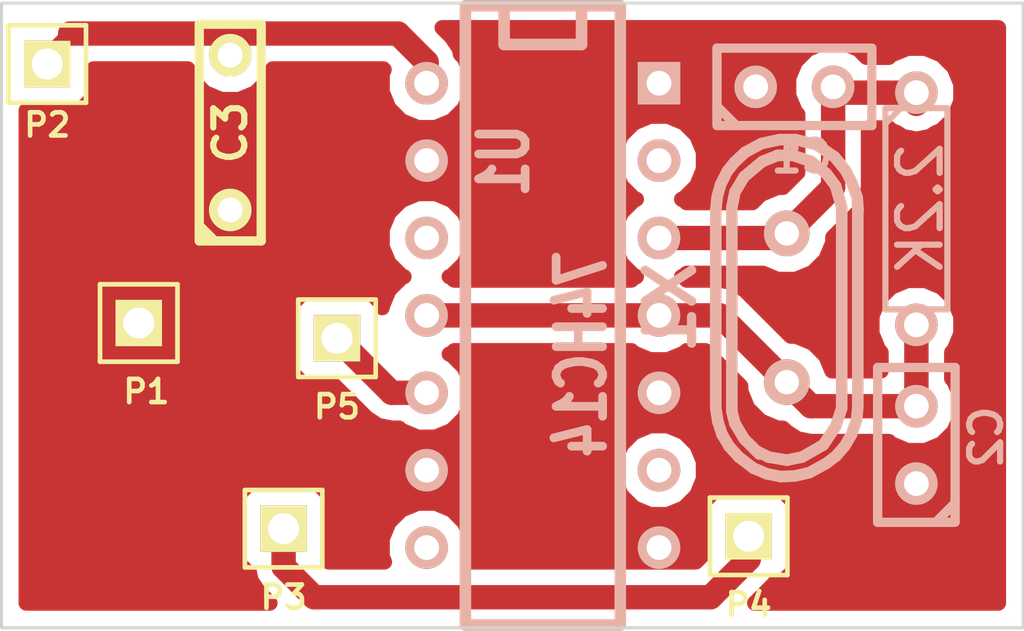
<source format=kicad_pcb>
(kicad_pcb (version 3) (host pcbnew "(2013-dec-23)-stable")

  (general
    (links 19)
    (no_connects 0)
    (area 42.6338 76.3878 77.550001 97.850501)
    (thickness 1.6)
    (drawings 4)
    (tracks 49)
    (zones 0)
    (modules 11)
    (nets 7)
  )

  (page User 210.007 148.488)
  (layers
    (15 F.Cu signal)
    (0 B.Cu signal)
    (16 B.Adhes user)
    (17 F.Adhes user)
    (18 B.Paste user)
    (19 F.Paste user)
    (20 B.SilkS user)
    (21 F.SilkS user)
    (22 B.Mask user)
    (23 F.Mask user)
    (24 Dwgs.User user)
    (25 Cmts.User user)
    (26 Eco1.User user)
    (27 Eco2.User user)
    (28 Edge.Cuts user)
  )

  (setup
    (last_trace_width 0.5)
    (user_trace_width 0.5)
    (user_trace_width 0.6)
    (user_trace_width 0.8)
    (user_trace_width 1)
    (user_trace_width 1.5)
    (user_trace_width 2)
    (trace_clearance 0.25)
    (zone_clearance 0.508)
    (zone_45_only no)
    (trace_min 0.254)
    (segment_width 0.2)
    (edge_width 0.1)
    (via_size 1)
    (via_drill 0.635)
    (via_min_size 1)
    (via_min_drill 0.5)
    (user_via 1 0.5)
    (user_via 1 0.6)
    (user_via 1 0.8)
    (uvia_size 0.508)
    (uvia_drill 0.127)
    (uvias_allowed no)
    (uvia_min_size 0.508)
    (uvia_min_drill 0.127)
    (pcb_text_width 0.3)
    (pcb_text_size 1.5 1.5)
    (mod_edge_width 0.15)
    (mod_text_size 1 1)
    (mod_text_width 0.15)
    (pad_size 1.524 1.524)
    (pad_drill 1.016)
    (pad_to_mask_clearance 0)
    (aux_axis_origin 0 0)
    (visible_elements 7FFFFFFF)
    (pcbplotparams
      (layerselection 32768)
      (usegerberextensions false)
      (excludeedgelayer false)
      (linewidth 0.150000)
      (plotframeref false)
      (viasonmask false)
      (mode 1)
      (useauxorigin false)
      (hpglpennumber 1)
      (hpglpenspeed 20)
      (hpglpendiameter 15)
      (hpglpenoverlay 2)
      (psnegative false)
      (psa4output false)
      (plotreference true)
      (plotvalue true)
      (plotothertext true)
      (plotinvisibletext false)
      (padsonsilk false)
      (subtractmaskfromsilk false)
      (outputformat 2)
      (mirror false)
      (drillshape 1)
      (scaleselection 1)
      (outputdirectory /tmp/))
  )

  (net 0 "")
  (net 1 /CLK)
  (net 2 GND)
  (net 3 N-0000010)
  (net 4 N-000006)
  (net 5 N-000009)
  (net 6 VCC)

  (net_class Default "This is the default net class."
    (clearance 0.25)
    (trace_width 0.5)
    (via_dia 1)
    (via_drill 0.635)
    (uvia_dia 0.508)
    (uvia_drill 0.127)
    (add_net "")
    (add_net /CLK)
    (add_net GND)
    (add_net N-0000010)
    (add_net N-000006)
    (add_net N-000009)
    (add_net VCC)
  )

  (module R3 (layer B.Cu) (tedit 53222306) (tstamp 53221E05)
    (at 74 83.75 270)
    (descr "Resitance 3 pas")
    (tags R)
    (path /532173C4)
    (autoplace_cost180 10)
    (fp_text reference R1 (at 0 -2 270) (layer B.SilkS) hide
      (effects (font (size 1.397 1.27) (thickness 0.2032)) (justify mirror))
    )
    (fp_text value 2.2K (at 0 -0.127 270) (layer B.SilkS)
      (effects (font (size 1.397 1.27) (thickness 0.2032)) (justify mirror))
    )
    (fp_line (start -3.81 0) (end -3.302 0) (layer B.SilkS) (width 0.2032))
    (fp_line (start 3.81 0) (end 3.302 0) (layer B.SilkS) (width 0.2032))
    (fp_line (start 3.302 0) (end 3.302 1.016) (layer B.SilkS) (width 0.2032))
    (fp_line (start 3.302 1.016) (end -3.302 1.016) (layer B.SilkS) (width 0.2032))
    (fp_line (start -3.302 1.016) (end -3.302 -1.016) (layer B.SilkS) (width 0.2032))
    (fp_line (start -3.302 -1.016) (end 3.302 -1.016) (layer B.SilkS) (width 0.2032))
    (fp_line (start 3.302 -1.016) (end 3.302 0) (layer B.SilkS) (width 0.2032))
    (fp_line (start -3.302 0.508) (end -2.794 1.016) (layer B.SilkS) (width 0.2032))
    (pad 1 thru_hole circle (at -3.81 0 270) (size 1.397 1.397) (drill 0.8128)
      (layers *.Cu *.Mask B.SilkS)
      (net 3 N-0000010)
    )
    (pad 2 thru_hole circle (at 3.81 0 270) (size 1.397 1.397) (drill 0.8128)
      (layers *.Cu *.Mask B.SilkS)
      (net 5 N-000009)
    )
    (model discret/resistor.wrl
      (at (xyz 0 0 0))
      (scale (xyz 0.3 0.3 0.3))
      (rotate (xyz 0 0 0))
    )
  )

  (module PIN_ARRAY_1 (layer F.Cu) (tedit 53221F18) (tstamp 53221E0E)
    (at 48.5 87.5)
    (descr "1 pin")
    (tags "CONN DEV")
    (path /53217453)
    (fp_text reference P1 (at 0.25 2.25) (layer F.SilkS)
      (effects (font (size 0.762 0.762) (thickness 0.1524)))
    )
    (fp_text value CONN_1 (at 0 -1.905) (layer F.SilkS) hide
      (effects (font (size 0.762 0.762) (thickness 0.1524)))
    )
    (fp_line (start 1.27 1.27) (end -1.27 1.27) (layer F.SilkS) (width 0.1524))
    (fp_line (start -1.27 -1.27) (end 1.27 -1.27) (layer F.SilkS) (width 0.1524))
    (fp_line (start -1.27 1.27) (end -1.27 -1.27) (layer F.SilkS) (width 0.1524))
    (fp_line (start 1.27 -1.27) (end 1.27 1.27) (layer F.SilkS) (width 0.1524))
    (pad 1 thru_hole rect (at 0 0) (size 1.524 1.524) (drill 1.016)
      (layers *.Cu *.Mask F.SilkS)
      (net 2 GND)
    )
    (model pin_array\pin_1.wrl
      (at (xyz 0 0 0))
      (scale (xyz 1 1 1))
      (rotate (xyz 0 0 0))
    )
  )

  (module PIN_ARRAY_1 (layer F.Cu) (tedit 53221F1C) (tstamp 53221E17)
    (at 45.5 79)
    (descr "1 pin")
    (tags "CONN DEV")
    (path /53221BE9)
    (fp_text reference P2 (at 0 2) (layer F.SilkS)
      (effects (font (size 0.762 0.762) (thickness 0.1524)))
    )
    (fp_text value CONN_1 (at 0 -1.905) (layer F.SilkS) hide
      (effects (font (size 0.762 0.762) (thickness 0.1524)))
    )
    (fp_line (start 1.27 1.27) (end -1.27 1.27) (layer F.SilkS) (width 0.1524))
    (fp_line (start -1.27 -1.27) (end 1.27 -1.27) (layer F.SilkS) (width 0.1524))
    (fp_line (start -1.27 1.27) (end -1.27 -1.27) (layer F.SilkS) (width 0.1524))
    (fp_line (start 1.27 -1.27) (end 1.27 1.27) (layer F.SilkS) (width 0.1524))
    (pad 1 thru_hole rect (at 0 0) (size 1.524 1.524) (drill 1.016)
      (layers *.Cu *.Mask F.SilkS)
      (net 6 VCC)
    )
    (model pin_array\pin_1.wrl
      (at (xyz 0 0 0))
      (scale (xyz 1 1 1))
      (rotate (xyz 0 0 0))
    )
  )

  (module PIN_ARRAY_1 (layer F.Cu) (tedit 53221F61) (tstamp 53221E29)
    (at 53.25 94.25)
    (descr "1 pin")
    (tags "CONN DEV")
    (path /53221C1C)
    (fp_text reference P3 (at 0 2.25) (layer F.SilkS)
      (effects (font (size 0.762 0.762) (thickness 0.1524)))
    )
    (fp_text value CONN_1 (at 0 -1.905) (layer F.SilkS) hide
      (effects (font (size 0.762 0.762) (thickness 0.1524)))
    )
    (fp_line (start 1.27 1.27) (end -1.27 1.27) (layer F.SilkS) (width 0.1524))
    (fp_line (start -1.27 -1.27) (end 1.27 -1.27) (layer F.SilkS) (width 0.1524))
    (fp_line (start -1.27 1.27) (end -1.27 -1.27) (layer F.SilkS) (width 0.1524))
    (fp_line (start 1.27 -1.27) (end 1.27 1.27) (layer F.SilkS) (width 0.1524))
    (pad 1 thru_hole rect (at 0 0) (size 1.524 1.524) (drill 1.016)
      (layers *.Cu *.Mask F.SilkS)
      (net 4 N-000006)
    )
    (model pin_array\pin_1.wrl
      (at (xyz 0 0 0))
      (scale (xyz 1 1 1))
      (rotate (xyz 0 0 0))
    )
  )

  (module PIN_ARRAY_1 (layer F.Cu) (tedit 53221F88) (tstamp 53221E32)
    (at 68.5 94.5)
    (descr "1 pin")
    (tags "CONN DEV")
    (path /53221C22)
    (fp_text reference P4 (at 0 2.25) (layer F.SilkS)
      (effects (font (size 0.762 0.762) (thickness 0.1524)))
    )
    (fp_text value CONN_1 (at 0 -1.905) (layer F.SilkS) hide
      (effects (font (size 0.762 0.762) (thickness 0.1524)))
    )
    (fp_line (start 1.27 1.27) (end -1.27 1.27) (layer F.SilkS) (width 0.1524))
    (fp_line (start -1.27 -1.27) (end 1.27 -1.27) (layer F.SilkS) (width 0.1524))
    (fp_line (start -1.27 1.27) (end -1.27 -1.27) (layer F.SilkS) (width 0.1524))
    (fp_line (start 1.27 -1.27) (end 1.27 1.27) (layer F.SilkS) (width 0.1524))
    (pad 1 thru_hole rect (at 0 0) (size 1.524 1.524) (drill 1.016)
      (layers *.Cu *.Mask F.SilkS)
      (net 4 N-000006)
    )
    (model pin_array\pin_1.wrl
      (at (xyz 0 0 0))
      (scale (xyz 1 1 1))
      (rotate (xyz 0 0 0))
    )
  )

  (module PIN_ARRAY_1 (layer F.Cu) (tedit 53221FAA) (tstamp 53221E3B)
    (at 55 88)
    (descr "1 pin")
    (tags "CONN DEV")
    (path /53217466)
    (fp_text reference P5 (at 0 2.25) (layer F.SilkS)
      (effects (font (size 0.762 0.762) (thickness 0.1524)))
    )
    (fp_text value CONN_1 (at 0 -1.905) (layer F.SilkS) hide
      (effects (font (size 0.762 0.762) (thickness 0.1524)))
    )
    (fp_line (start 1.27 1.27) (end -1.27 1.27) (layer F.SilkS) (width 0.1524))
    (fp_line (start -1.27 -1.27) (end 1.27 -1.27) (layer F.SilkS) (width 0.1524))
    (fp_line (start -1.27 1.27) (end -1.27 -1.27) (layer F.SilkS) (width 0.1524))
    (fp_line (start 1.27 -1.27) (end 1.27 1.27) (layer F.SilkS) (width 0.1524))
    (pad 1 thru_hole rect (at 0 0) (size 1.524 1.524) (drill 1.016)
      (layers *.Cu *.Mask F.SilkS)
      (net 1 /CLK)
    )
    (model pin_array\pin_1.wrl
      (at (xyz 0 0 0))
      (scale (xyz 1 1 1))
      (rotate (xyz 0 0 0))
    )
  )

  (module C1 (layer B.Cu) (tedit 3F92C496) (tstamp 5323094E)
    (at 74 91.5 90)
    (descr "Condensateur e = 1 pas")
    (tags C)
    (path /532173E4)
    (fp_text reference C2 (at 0.254 2.286 90) (layer B.SilkS)
      (effects (font (size 1.016 1.016) (thickness 0.2032)) (justify mirror))
    )
    (fp_text value C (at 0 2.286 90) (layer B.SilkS) hide
      (effects (font (size 1.016 1.016) (thickness 0.2032)) (justify mirror))
    )
    (fp_line (start -2.4892 1.27) (end 2.54 1.27) (layer B.SilkS) (width 0.3048))
    (fp_line (start 2.54 1.27) (end 2.54 -1.27) (layer B.SilkS) (width 0.3048))
    (fp_line (start 2.54 -1.27) (end -2.54 -1.27) (layer B.SilkS) (width 0.3048))
    (fp_line (start -2.54 -1.27) (end -2.54 1.27) (layer B.SilkS) (width 0.3048))
    (fp_line (start -2.54 0.635) (end -1.905 1.27) (layer B.SilkS) (width 0.3048))
    (pad 1 thru_hole circle (at -1.27 0 90) (size 1.397 1.397) (drill 0.8128)
      (layers *.Cu *.Mask B.SilkS)
      (net 2 GND)
    )
    (pad 2 thru_hole circle (at 1.27 0 90) (size 1.397 1.397) (drill 0.8128)
      (layers *.Cu *.Mask B.SilkS)
      (net 5 N-000009)
    )
    (model discret/capa_1_pas.wrl
      (at (xyz 0 0 0))
      (scale (xyz 1 1 1))
      (rotate (xyz 0 0 0))
    )
  )

  (module C1 (layer B.Cu) (tedit 3F92C496) (tstamp 53221EA3)
    (at 70 79.75)
    (descr "Condensateur e = 1 pas")
    (tags C)
    (path /532173F1)
    (fp_text reference C1 (at 0.254 2.286) (layer B.SilkS)
      (effects (font (size 1.016 1.016) (thickness 0.2032)) (justify mirror))
    )
    (fp_text value C (at 0 2.286) (layer B.SilkS) hide
      (effects (font (size 1.016 1.016) (thickness 0.2032)) (justify mirror))
    )
    (fp_line (start -2.4892 1.27) (end 2.54 1.27) (layer B.SilkS) (width 0.3048))
    (fp_line (start 2.54 1.27) (end 2.54 -1.27) (layer B.SilkS) (width 0.3048))
    (fp_line (start 2.54 -1.27) (end -2.54 -1.27) (layer B.SilkS) (width 0.3048))
    (fp_line (start -2.54 -1.27) (end -2.54 1.27) (layer B.SilkS) (width 0.3048))
    (fp_line (start -2.54 0.635) (end -1.905 1.27) (layer B.SilkS) (width 0.3048))
    (pad 1 thru_hole circle (at -1.27 0) (size 1.397 1.397) (drill 0.8128)
      (layers *.Cu *.Mask B.SilkS)
      (net 2 GND)
    )
    (pad 2 thru_hole circle (at 1.27 0) (size 1.397 1.397) (drill 0.8128)
      (layers *.Cu *.Mask B.SilkS)
      (net 3 N-0000010)
    )
    (model discret/capa_1_pas.wrl
      (at (xyz 0 0 0))
      (scale (xyz 1 1 1))
      (rotate (xyz 0 0 0))
    )
  )

  (module Crystal_HC49-U_Vertical_RevA_09Aug2010 (layer B.Cu) (tedit 4C6023AD) (tstamp 53223D53)
    (at 69.75 87 270)
    (descr "Crystal, Quarz, HC49/U, vertical, stehend,")
    (tags "Crystal, Quarz, HC49/U, vertical, stehend,")
    (path /532174B3)
    (fp_text reference X1 (at 0 3.81 270) (layer B.SilkS)
      (effects (font (size 1.524 1.524) (thickness 0.3048)) (justify mirror))
    )
    (fp_text value CRYSTAL (at 0 -3.81 270) (layer B.SilkS) hide
      (effects (font (size 1.524 1.524) (thickness 0.3048)) (justify mirror))
    )
    (fp_line (start 4.699 1.00076) (end 4.89966 0.59944) (layer B.SilkS) (width 0.381))
    (fp_line (start 4.89966 0.59944) (end 5.00126 0) (layer B.SilkS) (width 0.381))
    (fp_line (start 5.00126 0) (end 4.89966 -0.50038) (layer B.SilkS) (width 0.381))
    (fp_line (start 4.89966 -0.50038) (end 4.50088 -1.19888) (layer B.SilkS) (width 0.381))
    (fp_line (start 4.50088 -1.19888) (end 3.8989 -1.6002) (layer B.SilkS) (width 0.381))
    (fp_line (start 3.8989 -1.6002) (end 3.29946 -1.80086) (layer B.SilkS) (width 0.381))
    (fp_line (start 3.29946 -1.80086) (end -3.29946 -1.80086) (layer B.SilkS) (width 0.381))
    (fp_line (start -3.29946 -1.80086) (end -4.0005 -1.6002) (layer B.SilkS) (width 0.381))
    (fp_line (start -4.0005 -1.6002) (end -4.39928 -1.30048) (layer B.SilkS) (width 0.381))
    (fp_line (start -4.39928 -1.30048) (end -4.8006 -0.8001) (layer B.SilkS) (width 0.381))
    (fp_line (start -4.8006 -0.8001) (end -5.00126 -0.20066) (layer B.SilkS) (width 0.381))
    (fp_line (start -5.00126 -0.20066) (end -5.00126 0.29972) (layer B.SilkS) (width 0.381))
    (fp_line (start -5.00126 0.29972) (end -4.8006 0.8001) (layer B.SilkS) (width 0.381))
    (fp_line (start -4.8006 0.8001) (end -4.30022 1.39954) (layer B.SilkS) (width 0.381))
    (fp_line (start -4.30022 1.39954) (end -3.79984 1.69926) (layer B.SilkS) (width 0.381))
    (fp_line (start -3.79984 1.69926) (end -3.29946 1.80086) (layer B.SilkS) (width 0.381))
    (fp_line (start -3.2004 1.80086) (end 3.40106 1.80086) (layer B.SilkS) (width 0.381))
    (fp_line (start 3.40106 1.80086) (end 3.79984 1.69926) (layer B.SilkS) (width 0.381))
    (fp_line (start 3.79984 1.69926) (end 4.30022 1.39954) (layer B.SilkS) (width 0.381))
    (fp_line (start 4.30022 1.39954) (end 4.8006 0.89916) (layer B.SilkS) (width 0.381))
    (fp_line (start -3.19024 2.32918) (end -3.64998 2.28092) (layer B.SilkS) (width 0.381))
    (fp_line (start -3.64998 2.28092) (end -4.04876 2.16916) (layer B.SilkS) (width 0.381))
    (fp_line (start -4.04876 2.16916) (end -4.48056 1.95072) (layer B.SilkS) (width 0.381))
    (fp_line (start -4.48056 1.95072) (end -4.77012 1.71958) (layer B.SilkS) (width 0.381))
    (fp_line (start -4.77012 1.71958) (end -5.10032 1.36906) (layer B.SilkS) (width 0.381))
    (fp_line (start -5.10032 1.36906) (end -5.38988 0.83058) (layer B.SilkS) (width 0.381))
    (fp_line (start -5.38988 0.83058) (end -5.51942 0.23114) (layer B.SilkS) (width 0.381))
    (fp_line (start -5.51942 0.23114) (end -5.51942 -0.2794) (layer B.SilkS) (width 0.381))
    (fp_line (start -5.51942 -0.2794) (end -5.34924 -0.98044) (layer B.SilkS) (width 0.381))
    (fp_line (start -5.34924 -0.98044) (end -4.95046 -1.56972) (layer B.SilkS) (width 0.381))
    (fp_line (start -4.95046 -1.56972) (end -4.49072 -1.94056) (layer B.SilkS) (width 0.381))
    (fp_line (start -4.49072 -1.94056) (end -4.06908 -2.14884) (layer B.SilkS) (width 0.381))
    (fp_line (start -4.06908 -2.14884) (end -3.6195 -2.30886) (layer B.SilkS) (width 0.381))
    (fp_line (start -3.6195 -2.30886) (end -3.18008 -2.33934) (layer B.SilkS) (width 0.381))
    (fp_line (start 4.16052 -2.1209) (end 4.53898 -1.89992) (layer B.SilkS) (width 0.381))
    (fp_line (start 4.53898 -1.89992) (end 4.85902 -1.62052) (layer B.SilkS) (width 0.381))
    (fp_line (start 4.85902 -1.62052) (end 5.11048 -1.29032) (layer B.SilkS) (width 0.381))
    (fp_line (start 5.11048 -1.29032) (end 5.4102 -0.73914) (layer B.SilkS) (width 0.381))
    (fp_line (start 5.4102 -0.73914) (end 5.51942 -0.26924) (layer B.SilkS) (width 0.381))
    (fp_line (start 5.51942 -0.26924) (end 5.53974 0.1905) (layer B.SilkS) (width 0.381))
    (fp_line (start 5.53974 0.1905) (end 5.45084 0.65024) (layer B.SilkS) (width 0.381))
    (fp_line (start 5.45084 0.65024) (end 5.26034 1.09982) (layer B.SilkS) (width 0.381))
    (fp_line (start 5.26034 1.09982) (end 4.89966 1.56972) (layer B.SilkS) (width 0.381))
    (fp_line (start 4.89966 1.56972) (end 4.54914 1.88976) (layer B.SilkS) (width 0.381))
    (fp_line (start 4.54914 1.88976) (end 4.16052 2.1209) (layer B.SilkS) (width 0.381))
    (fp_line (start 4.16052 2.1209) (end 3.73126 2.2606) (layer B.SilkS) (width 0.381))
    (fp_line (start 3.73126 2.2606) (end 3.2893 2.32918) (layer B.SilkS) (width 0.381))
    (fp_line (start -3.2004 -2.32918) (end 3.2512 -2.32918) (layer B.SilkS) (width 0.381))
    (fp_line (start 3.2512 -2.32918) (end 3.6703 -2.29108) (layer B.SilkS) (width 0.381))
    (fp_line (start 3.6703 -2.29108) (end 4.16052 -2.1209) (layer B.SilkS) (width 0.381))
    (fp_line (start -3.2004 2.32918) (end 3.2512 2.32918) (layer B.SilkS) (width 0.381))
    (pad 1 thru_hole circle (at -2.44094 0 270) (size 1.50114 1.50114) (drill 0.8001)
      (layers *.Cu *.Mask B.SilkS)
      (net 3 N-0000010)
    )
    (pad 2 thru_hole circle (at 2.44094 0 270) (size 1.50114 1.50114) (drill 0.8001)
      (layers *.Cu *.Mask B.SilkS)
      (net 5 N-000009)
    )
  )

  (module DIP-14__300 (layer B.Cu) (tedit 200000) (tstamp 53225F1C)
    (at 61.75 87.25 270)
    (descr "14 pins DIL package, round pads")
    (tags DIL)
    (path /532172E9)
    (fp_text reference U1 (at -5.08 1.27 270) (layer B.SilkS)
      (effects (font (size 1.524 1.143) (thickness 0.3048)) (justify mirror))
    )
    (fp_text value 74HC14 (at 1.27 -1.27 270) (layer B.SilkS)
      (effects (font (size 1.524 1.143) (thickness 0.3048)) (justify mirror))
    )
    (fp_line (start -10.16 2.54) (end 10.16 2.54) (layer B.SilkS) (width 0.381))
    (fp_line (start 10.16 -2.54) (end -10.16 -2.54) (layer B.SilkS) (width 0.381))
    (fp_line (start -10.16 -2.54) (end -10.16 2.54) (layer B.SilkS) (width 0.381))
    (fp_line (start -10.16 1.27) (end -8.89 1.27) (layer B.SilkS) (width 0.381))
    (fp_line (start -8.89 1.27) (end -8.89 -1.27) (layer B.SilkS) (width 0.381))
    (fp_line (start -8.89 -1.27) (end -10.16 -1.27) (layer B.SilkS) (width 0.381))
    (fp_line (start 10.16 2.54) (end 10.16 -2.54) (layer B.SilkS) (width 0.381))
    (pad 1 thru_hole rect (at -7.62 -3.81 270) (size 1.397 1.397) (drill 0.8128)
      (layers *.Cu *.Mask B.SilkS)
      (net 2 GND)
    )
    (pad 2 thru_hole circle (at -5.08 -3.81 270) (size 1.397 1.397) (drill 0.8128)
      (layers *.Cu *.Mask B.SilkS)
    )
    (pad 3 thru_hole circle (at -2.54 -3.81 270) (size 1.397 1.397) (drill 0.8128)
      (layers *.Cu *.Mask B.SilkS)
      (net 3 N-0000010)
    )
    (pad 4 thru_hole circle (at 0 -3.81 270) (size 1.397 1.397) (drill 0.8128)
      (layers *.Cu *.Mask B.SilkS)
      (net 5 N-000009)
    )
    (pad 5 thru_hole circle (at 2.54 -3.81 270) (size 1.397 1.397) (drill 0.8128)
      (layers *.Cu *.Mask B.SilkS)
      (net 2 GND)
    )
    (pad 6 thru_hole circle (at 5.08 -3.81 270) (size 1.397 1.397) (drill 0.8128)
      (layers *.Cu *.Mask B.SilkS)
    )
    (pad 7 thru_hole circle (at 7.62 -3.81 270) (size 1.397 1.397) (drill 0.8128)
      (layers *.Cu *.Mask B.SilkS)
      (net 2 GND)
    )
    (pad 8 thru_hole circle (at 7.62 3.81 270) (size 1.397 1.397) (drill 0.8128)
      (layers *.Cu *.Mask B.SilkS)
    )
    (pad 9 thru_hole circle (at 5.08 3.81 270) (size 1.397 1.397) (drill 0.8128)
      (layers *.Cu *.Mask B.SilkS)
      (net 2 GND)
    )
    (pad 10 thru_hole circle (at 2.54 3.81 270) (size 1.397 1.397) (drill 0.8128)
      (layers *.Cu *.Mask B.SilkS)
      (net 1 /CLK)
    )
    (pad 11 thru_hole circle (at 0 3.81 270) (size 1.397 1.397) (drill 0.8128)
      (layers *.Cu *.Mask B.SilkS)
      (net 5 N-000009)
    )
    (pad 12 thru_hole circle (at -2.54 3.81 270) (size 1.397 1.397) (drill 0.8128)
      (layers *.Cu *.Mask B.SilkS)
    )
    (pad 13 thru_hole circle (at -5.08 3.81 270) (size 1.397 1.397) (drill 0.8128)
      (layers *.Cu *.Mask B.SilkS)
      (net 2 GND)
    )
    (pad 14 thru_hole circle (at -7.62 3.81 270) (size 1.397 1.397) (drill 0.8128)
      (layers *.Cu *.Mask B.SilkS)
      (net 6 VCC)
    )
    (model dil/dil_14.wrl
      (at (xyz 0 0 0))
      (scale (xyz 1 1 1))
      (rotate (xyz 0 0 0))
    )
  )

  (module C2 (layer F.Cu) (tedit 200000) (tstamp 53230932)
    (at 51.5 81.25 90)
    (descr "Condensateur = 2 pas")
    (tags C)
    (path /53230963)
    (fp_text reference C3 (at 0 0 90) (layer F.SilkS)
      (effects (font (size 1.016 1.016) (thickness 0.2032)))
    )
    (fp_text value 100n (at 0 0 90) (layer F.SilkS) hide
      (effects (font (size 1.016 1.016) (thickness 0.2032)))
    )
    (fp_line (start -3.556 -1.016) (end 3.556 -1.016) (layer F.SilkS) (width 0.3048))
    (fp_line (start 3.556 -1.016) (end 3.556 1.016) (layer F.SilkS) (width 0.3048))
    (fp_line (start 3.556 1.016) (end -3.556 1.016) (layer F.SilkS) (width 0.3048))
    (fp_line (start -3.556 1.016) (end -3.556 -1.016) (layer F.SilkS) (width 0.3048))
    (fp_line (start -3.556 -0.508) (end -3.048 -1.016) (layer F.SilkS) (width 0.3048))
    (pad 1 thru_hole circle (at -2.54 0 90) (size 1.397 1.397) (drill 0.8128)
      (layers *.Cu *.Mask F.SilkS)
      (net 2 GND)
    )
    (pad 2 thru_hole circle (at 2.54 0 90) (size 1.397 1.397) (drill 0.8128)
      (layers *.Cu *.Mask F.SilkS)
      (net 6 VCC)
    )
    (model discret/capa_2pas_5x5mm.wrl
      (at (xyz 0 0 0))
      (scale (xyz 1 1 1))
      (rotate (xyz 0 0 0))
    )
  )

  (gr_line (start 77.5 77) (end 44 77) (angle 90) (layer Edge.Cuts) (width 0.1))
  (gr_line (start 77.5 97.5) (end 77.5 77) (angle 90) (layer Edge.Cuts) (width 0.1))
  (gr_line (start 44 97.5) (end 77.5 97.5) (angle 90) (layer Edge.Cuts) (width 0.1))
  (gr_line (start 44 77) (end 44 97.5) (angle 90) (layer Edge.Cuts) (width 0.1))

  (segment (start 57.94 89.79) (end 56.79 89.79) (width 0.8) (layer F.Cu) (net 1) (status 10))
  (segment (start 56.79 89.79) (end 55 88) (width 0.8) (layer F.Cu) (net 1) (tstamp 53223E47) (status 20))
  (segment (start 65.56 79.63) (end 68.61 79.63) (width 0.8) (layer F.Cu) (net 2) (status 30))
  (segment (start 68.61 79.63) (end 68.73 79.75) (width 0.8) (layer F.Cu) (net 2) (tstamp 5322408A) (status 30))
  (segment (start 57.94 82.17) (end 51.33 82.17) (width 0.8) (layer F.Cu) (net 2) (status 10))
  (segment (start 48.5 85) (end 48.5 87.5) (width 0.8) (layer F.Cu) (net 2) (tstamp 53223EB6) (status 20))
  (segment (start 51.33 82.17) (end 48.5 85) (width 0.8) (layer F.Cu) (net 2) (tstamp 53223EB4))
  (segment (start 65.56 79.63) (end 63.02 82.17) (width 0.8) (layer F.Cu) (net 2) (status 10))
  (segment (start 63.02 82.17) (end 57.94 82.17) (width 0.8) (layer F.Cu) (net 2) (tstamp 53223EB1) (status 20))
  (segment (start 65.56 89.79) (end 66.29 89.79) (width 0.8) (layer F.Cu) (net 2) (status 10))
  (segment (start 73.23 92) (end 74 92.77) (width 0.8) (layer F.Cu) (net 2) (tstamp 53223E6D) (status 20))
  (segment (start 68.5 92) (end 73.23 92) (width 0.8) (layer F.Cu) (net 2) (tstamp 53223E6A))
  (segment (start 66.29 89.79) (end 68.5 92) (width 0.8) (layer F.Cu) (net 2) (tstamp 53223E68))
  (segment (start 60.08 92.33) (end 61.17 92.33) (width 0.8) (layer F.Cu) (net 2))
  (segment (start 63.71 89.79) (end 65.56 89.79) (width 0.8) (layer F.Cu) (net 2) (tstamp 53223E65) (status 20))
  (segment (start 61.17 92.33) (end 63.71 89.79) (width 0.8) (layer F.Cu) (net 2) (tstamp 53223E64))
  (segment (start 57.94 92.33) (end 60.08 92.33) (width 0.8) (layer F.Cu) (net 2) (status 10))
  (segment (start 62.62 94.87) (end 65.56 94.87) (width 0.8) (layer F.Cu) (net 2) (tstamp 53223E61) (status 20))
  (segment (start 60.08 92.33) (end 62.62 94.87) (width 0.8) (layer F.Cu) (net 2) (tstamp 53223E60))
  (segment (start 57.94 92.33) (end 56.33 92.33) (width 0.8) (layer F.Cu) (net 2) (status 10))
  (segment (start 56.33 92.33) (end 54.5 90.5) (width 0.8) (layer F.Cu) (net 2) (tstamp 53223E57))
  (segment (start 54.5 90.5) (end 51.5 90.5) (width 0.8) (layer F.Cu) (net 2) (tstamp 53223E5B))
  (segment (start 51.5 90.5) (end 48.5 87.5) (width 0.8) (layer F.Cu) (net 2) (tstamp 53223E5D) (status 20))
  (segment (start 69.75 84.55906) (end 71.27 83.03906) (width 0.8) (layer F.Cu) (net 3) (status 10))
  (segment (start 71.27 83.03906) (end 71.27 79.75) (width 0.8) (layer F.Cu) (net 3) (tstamp 53224097) (status 20))
  (segment (start 74 80.30906) (end 74 79.94) (width 0.8) (layer F.Cu) (net 3) (tstamp 53224093) (status 30))
  (segment (start 65.56 84.71) (end 69.59906 84.71) (width 0.8) (layer F.Cu) (net 3) (status 30))
  (segment (start 69.59906 84.71) (end 69.75 84.55906) (width 0.8) (layer F.Cu) (net 3) (tstamp 53224090) (status 30))
  (segment (start 74 79.94) (end 71.46 79.94) (width 0.8) (layer F.Cu) (net 3) (status 30))
  (segment (start 71.46 79.94) (end 71.27 79.75) (width 0.8) (layer F.Cu) (net 3) (tstamp 5322408D) (status 30))
  (segment (start 67.25 96.5) (end 54.25 96.5) (width 0.8) (layer F.Cu) (net 4))
  (segment (start 68.5 95.25) (end 67.25 96.5) (width 0.8) (layer F.Cu) (net 4) (tstamp 53223E4A) (status 10))
  (segment (start 68.5 94.5) (end 68.5 95.25) (width 0.8) (layer F.Cu) (net 4) (status 30))
  (segment (start 53.25 95.5) (end 53.25 94.25) (width 0.8) (layer F.Cu) (net 4) (tstamp 53223E51) (status 20))
  (segment (start 54.25 96.5) (end 53.25 95.5) (width 0.8) (layer F.Cu) (net 4) (tstamp 53223E50))
  (segment (start 69.75 89.44094) (end 70.53906 90.23) (width 0.8) (layer F.Cu) (net 5) (status 10))
  (segment (start 70.53906 90.23) (end 74 90.23) (width 0.8) (layer F.Cu) (net 5) (tstamp 5322409E) (status 20))
  (segment (start 65.56 87.25) (end 67.55906 87.25) (width 0.8) (layer F.Cu) (net 5) (status 10))
  (segment (start 67.55906 87.25) (end 69.75 89.44094) (width 0.8) (layer F.Cu) (net 5) (tstamp 5322409B) (status 20))
  (segment (start 65.56 87.25) (end 57.94 87.25) (width 0.8) (layer F.Cu) (net 5) (status 30))
  (segment (start 74 90.23) (end 74 87.56) (width 0.8) (layer F.Cu) (net 5) (status 30))
  (segment (start 51.5 78.71) (end 51.5 78.25) (width 0.5) (layer F.Cu) (net 6) (status 30))
  (segment (start 51.5 78) (end 46.25 78) (width 0.5) (layer F.Cu) (net 6) (tstamp 5323097A))
  (segment (start 51.5 78.25) (end 51.5 78) (width 0.5) (layer F.Cu) (net 6) (tstamp 53230975) (status 10))
  (segment (start 46.25 78) (end 45.5 78.75) (width 0.5) (layer F.Cu) (net 6) (tstamp 53230986) (status 20))
  (segment (start 45.5 78.75) (end 45.5 79) (width 0.5) (layer F.Cu) (net 6) (tstamp 5323098C) (status 30))
  (segment (start 57.94 78.94) (end 57.94 79.63) (width 0.8) (layer F.Cu) (net 6) (tstamp 53223FFF) (status 30))
  (segment (start 57 78) (end 57.94 78.94) (width 0.8) (layer F.Cu) (net 6) (tstamp 53223FFC) (status 20))
  (segment (start 46.25 78) (end 57 78) (width 0.8) (layer F.Cu) (net 6) (tstamp 53223FF9))

  (zone (net 2) (net_name GND) (layer F.Cu) (tstamp 53223F06) (hatch edge 0.508)
    (connect_pads yes (clearance 0.508))
    (min_thickness 0.5)
    (fill (arc_segments 16) (thermal_gap 0.508) (thermal_bridge_width 0.508))
    (polygon
      (pts
        (xy 77.5 97.5) (xy 44 97.5) (xy 44 77) (xy 77.5 77)
      )
    )
    (filled_polygon
      (pts
        (xy 76.692 96.692) (xy 75.456752 96.692) (xy 75.456752 89.941555) (xy 75.23548 89.406037) (xy 75.158 89.328421)
        (xy 75.158 88.462025) (xy 75.23404 88.386118) (xy 75.456246 87.850987) (xy 75.456752 87.271555) (xy 75.23548 86.736037)
        (xy 74.826118 86.32596) (xy 74.290987 86.103754) (xy 73.711555 86.103248) (xy 73.176037 86.32452) (xy 72.76596 86.733882)
        (xy 72.543754 87.269013) (xy 72.543248 87.848445) (xy 72.76452 88.383963) (xy 72.842 88.461578) (xy 72.842 89.072)
        (xy 71.229831 89.072) (xy 71.029649 88.58752) (xy 70.605652 88.162783) (xy 70.051389 87.932633) (xy 69.879202 87.932482)
        (xy 68.37789 86.43117) (xy 68.002207 86.180148) (xy 67.55906 86.092) (xy 66.462025 86.092) (xy 66.386118 86.01596)
        (xy 66.299966 85.980186) (xy 66.383963 85.94548) (xy 66.461578 85.868) (xy 68.968481 85.868) (xy 69.448611 86.067367)
        (xy 70.048757 86.067891) (xy 70.60342 85.838709) (xy 71.028157 85.414712) (xy 71.258307 84.860449) (xy 71.258457 84.688262)
        (xy 72.088826 83.857892) (xy 72.088829 83.85789) (xy 72.08883 83.85789) (xy 72.339851 83.482208) (xy 72.339852 83.482207)
        (xy 72.428 83.03906) (xy 72.428 81.098) (xy 73.097974 81.098) (xy 73.173882 81.17404) (xy 73.375589 81.257796)
        (xy 73.556853 81.378912) (xy 74 81.46706) (xy 74.443147 81.378912) (xy 74.623871 81.258156) (xy 74.823963 81.17548)
        (xy 75.23404 80.766118) (xy 75.456246 80.230987) (xy 75.456752 79.651555) (xy 75.23548 79.116037) (xy 74.826118 78.70596)
        (xy 74.290987 78.483754) (xy 73.711555 78.483248) (xy 73.176037 78.70452) (xy 73.098421 78.782) (xy 72.361694 78.782)
        (xy 72.096118 78.51596) (xy 71.560987 78.293754) (xy 70.981555 78.293248) (xy 70.446037 78.51452) (xy 70.03596 78.923882)
        (xy 69.813754 79.459013) (xy 69.813248 80.038445) (xy 70.03452 80.573963) (xy 70.112 80.651578) (xy 70.112 82.5594)
        (xy 69.621023 83.050377) (xy 69.451243 83.050229) (xy 68.89658 83.279411) (xy 68.623515 83.552) (xy 66.462025 83.552)
        (xy 66.386118 83.47596) (xy 66.299966 83.440186) (xy 66.383963 83.40548) (xy 66.79404 82.996118) (xy 67.016246 82.460987)
        (xy 67.016752 81.881555) (xy 66.79548 81.346037) (xy 66.386118 80.93596) (xy 65.850987 80.713754) (xy 65.271555 80.713248)
        (xy 64.736037 80.93452) (xy 64.32596 81.343882) (xy 64.103754 81.879013) (xy 64.103248 82.458445) (xy 64.32452 82.993963)
        (xy 64.733882 83.40404) (xy 64.820033 83.439813) (xy 64.736037 83.47452) (xy 64.32596 83.883882) (xy 64.103754 84.419013)
        (xy 64.103248 84.998445) (xy 64.32452 85.533963) (xy 64.733882 85.94404) (xy 64.820033 85.979813) (xy 64.736037 86.01452)
        (xy 64.658421 86.092) (xy 58.842025 86.092) (xy 58.766118 86.01596) (xy 58.679966 85.980186) (xy 58.763963 85.94548)
        (xy 59.17404 85.536118) (xy 59.396246 85.000987) (xy 59.396752 84.421555) (xy 59.17548 83.886037) (xy 58.766118 83.47596)
        (xy 58.230987 83.253754) (xy 57.651555 83.253248) (xy 57.116037 83.47452) (xy 56.70596 83.883882) (xy 56.483754 84.419013)
        (xy 56.483248 84.998445) (xy 56.70452 85.533963) (xy 57.113882 85.94404) (xy 57.200033 85.979813) (xy 57.116037 86.01452)
        (xy 56.70596 86.423882) (xy 56.483754 86.959013) (xy 56.483718 86.99976) (xy 56.404976 86.809189) (xy 56.191933 86.595774)
        (xy 55.913437 86.480132) (xy 55.611886 86.479869) (xy 54.087886 86.479869) (xy 53.809189 86.595024) (xy 53.595774 86.808067)
        (xy 53.480132 87.086563) (xy 53.479869 87.388114) (xy 53.479869 88.912114) (xy 53.595024 89.190811) (xy 53.808067 89.404226)
        (xy 54.086563 89.519868) (xy 54.388114 89.520131) (xy 54.882471 89.520131) (xy 55.971167 90.608826) (xy 55.97117 90.60883)
        (xy 56.196375 90.759306) (xy 56.346852 90.859852) (xy 56.346853 90.859852) (xy 56.79 90.948) (xy 57.037974 90.948)
        (xy 57.113882 91.02404) (xy 57.649013 91.246246) (xy 58.228445 91.246752) (xy 58.763963 91.02548) (xy 59.17404 90.616118)
        (xy 59.396246 90.080987) (xy 59.396752 89.501555) (xy 59.17548 88.966037) (xy 58.766118 88.55596) (xy 58.679966 88.520186)
        (xy 58.763963 88.48548) (xy 58.841578 88.408) (xy 64.657974 88.408) (xy 64.733882 88.48404) (xy 65.269013 88.706246)
        (xy 65.848445 88.706752) (xy 66.383963 88.48548) (xy 66.461578 88.408) (xy 67.0794 88.408) (xy 68.241317 89.569917)
        (xy 68.241169 89.739697) (xy 68.470351 90.29436) (xy 68.894348 90.719097) (xy 69.448611 90.949247) (xy 69.620798 90.949397)
        (xy 69.720227 91.048826) (xy 69.72023 91.04883) (xy 69.945435 91.199306) (xy 70.095912 91.299852) (xy 70.095913 91.299852)
        (xy 70.53906 91.388) (xy 73.097974 91.388) (xy 73.173882 91.46404) (xy 73.709013 91.686246) (xy 74.288445 91.686752)
        (xy 74.823963 91.46548) (xy 75.23404 91.056118) (xy 75.456246 90.520987) (xy 75.456752 89.941555) (xy 75.456752 96.692)
        (xy 68.695659 96.692) (xy 69.318826 96.068832) (xy 69.318829 96.06883) (xy 69.31883 96.06883) (xy 69.351368 96.020131)
        (xy 69.351369 96.020131) (xy 69.412114 96.020131) (xy 69.690811 95.904976) (xy 69.904226 95.691933) (xy 70.019868 95.413437)
        (xy 70.020131 95.111886) (xy 70.020131 93.587886) (xy 69.904976 93.309189) (xy 69.691933 93.095774) (xy 69.413437 92.980132)
        (xy 69.111886 92.979869) (xy 67.587886 92.979869) (xy 67.309189 93.095024) (xy 67.095774 93.308067) (xy 67.016752 93.498372)
        (xy 67.016752 92.041555) (xy 66.79548 91.506037) (xy 66.386118 91.09596) (xy 65.850987 90.873754) (xy 65.271555 90.873248)
        (xy 64.736037 91.09452) (xy 64.32596 91.503882) (xy 64.103754 92.039013) (xy 64.103248 92.618445) (xy 64.32452 93.153963)
        (xy 64.733882 93.56404) (xy 65.269013 93.786246) (xy 65.848445 93.786752) (xy 66.383963 93.56548) (xy 66.79404 93.156118)
        (xy 67.016246 92.620987) (xy 67.016752 92.041555) (xy 67.016752 93.498372) (xy 66.980132 93.586563) (xy 66.979869 93.888114)
        (xy 66.979869 95.132471) (xy 66.77034 95.342) (xy 59.321082 95.342) (xy 59.396246 95.160987) (xy 59.396752 94.581555)
        (xy 59.17548 94.046037) (xy 58.766118 93.63596) (xy 58.230987 93.413754) (xy 57.651555 93.413248) (xy 57.116037 93.63452)
        (xy 56.70596 94.043882) (xy 56.483754 94.579013) (xy 56.483248 95.158445) (xy 56.559091 95.342) (xy 54.729659 95.342)
        (xy 54.705679 95.318019) (xy 54.769868 95.163437) (xy 54.770131 94.861886) (xy 54.770131 93.337886) (xy 54.654976 93.059189)
        (xy 54.441933 92.845774) (xy 54.163437 92.730132) (xy 53.861886 92.729869) (xy 52.337886 92.729869) (xy 52.059189 92.845024)
        (xy 51.845774 93.058067) (xy 51.730132 93.336563) (xy 51.729869 93.638114) (xy 51.729869 95.162114) (xy 51.845024 95.440811)
        (xy 52.058067 95.654226) (xy 52.128494 95.68347) (xy 52.180148 95.943147) (xy 52.43117 96.31883) (xy 52.80434 96.692)
        (xy 44.808 96.692) (xy 44.808 80.520061) (xy 44.888114 80.520131) (xy 46.412114 80.520131) (xy 46.690811 80.404976)
        (xy 46.904226 80.191933) (xy 47.019868 79.913437) (xy 47.020131 79.611886) (xy 47.020131 79.158) (xy 50.109174 79.158)
        (xy 50.26452 79.533963) (xy 50.673882 79.94404) (xy 51.209013 80.166246) (xy 51.788445 80.166752) (xy 52.323963 79.94548)
        (xy 52.73404 79.536118) (xy 52.891048 79.158) (xy 56.52034 79.158) (xy 56.547598 79.185258) (xy 56.483754 79.339013)
        (xy 56.483248 79.918445) (xy 56.70452 80.453963) (xy 57.113882 80.86404) (xy 57.649013 81.086246) (xy 58.228445 81.086752)
        (xy 58.763963 80.86548) (xy 59.17404 80.456118) (xy 59.396246 79.920987) (xy 59.396752 79.341555) (xy 59.17548 78.806037)
        (xy 59.045441 78.675771) (xy 59.009852 78.496853) (xy 59.009851 78.496852) (xy 58.75883 78.12117) (xy 58.758826 78.121167)
        (xy 58.445659 77.808) (xy 76.692 77.808) (xy 76.692 96.692)
      )
    )
  )
)

</source>
